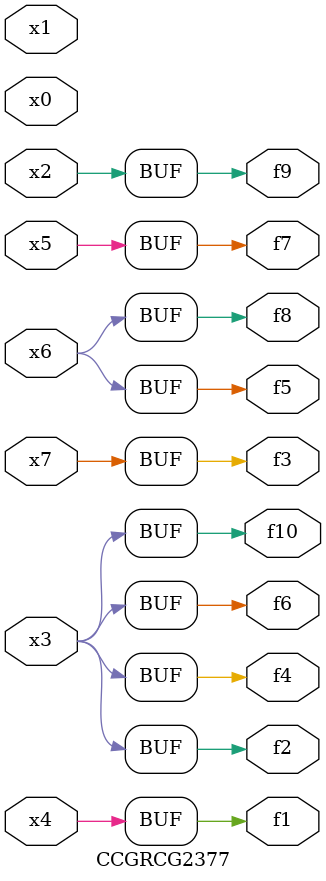
<source format=v>
module CCGRCG2377(
	input x0, x1, x2, x3, x4, x5, x6, x7,
	output f1, f2, f3, f4, f5, f6, f7, f8, f9, f10
);
	assign f1 = x4;
	assign f2 = x3;
	assign f3 = x7;
	assign f4 = x3;
	assign f5 = x6;
	assign f6 = x3;
	assign f7 = x5;
	assign f8 = x6;
	assign f9 = x2;
	assign f10 = x3;
endmodule

</source>
